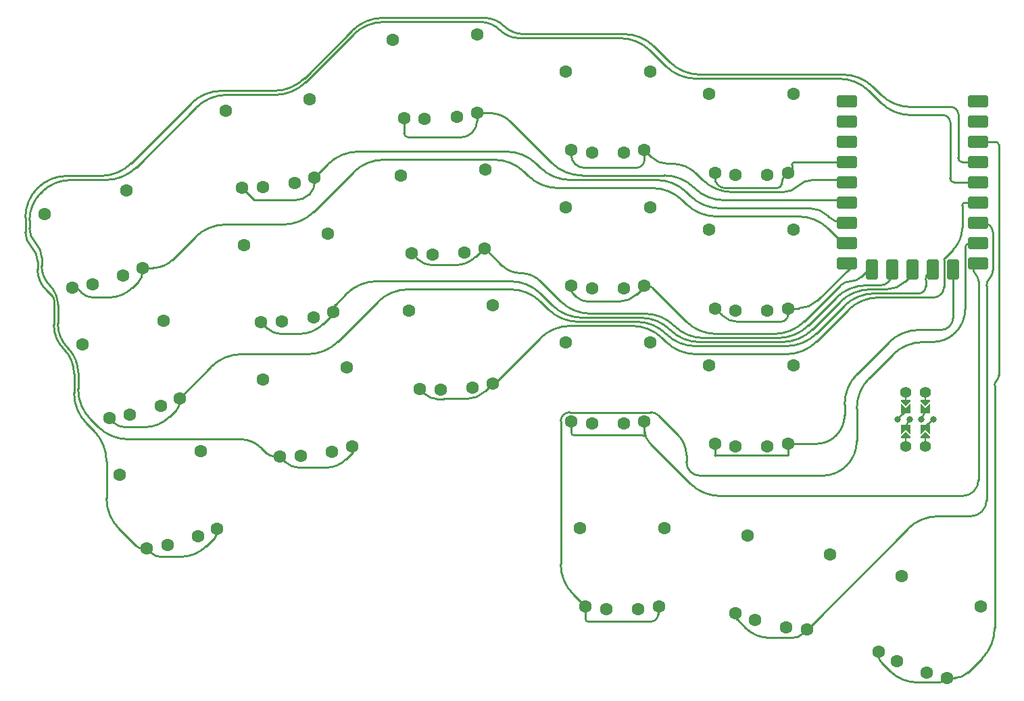
<source format=gbr>
%TF.GenerationSoftware,KiCad,Pcbnew,7.0.10*%
%TF.CreationDate,2024-01-08T12:38:43-05:00*%
%TF.ProjectId,mini,6d696e69-2e6b-4696-9361-645f70636258,2*%
%TF.SameCoordinates,Original*%
%TF.FileFunction,Copper,L1,Top*%
%TF.FilePolarity,Positive*%
%FSLAX46Y46*%
G04 Gerber Fmt 4.6, Leading zero omitted, Abs format (unit mm)*
G04 Created by KiCad (PCBNEW 7.0.10) date 2024-01-08 12:38:43*
%MOMM*%
%LPD*%
G01*
G04 APERTURE LIST*
G04 Aperture macros list*
%AMRoundRect*
0 Rectangle with rounded corners*
0 $1 Rounding radius*
0 $2 $3 $4 $5 $6 $7 $8 $9 X,Y pos of 4 corners*
0 Add a 4 corners polygon primitive as box body*
4,1,4,$2,$3,$4,$5,$6,$7,$8,$9,$2,$3,0*
0 Add four circle primitives for the rounded corners*
1,1,$1+$1,$2,$3*
1,1,$1+$1,$4,$5*
1,1,$1+$1,$6,$7*
1,1,$1+$1,$8,$9*
0 Add four rect primitives between the rounded corners*
20,1,$1+$1,$2,$3,$4,$5,0*
20,1,$1+$1,$4,$5,$6,$7,0*
20,1,$1+$1,$6,$7,$8,$9,0*
20,1,$1+$1,$8,$9,$2,$3,0*%
%AMFreePoly0*
4,1,5,0.125000,-0.500000,-0.125000,-0.500000,-0.125000,0.500000,0.125000,0.500000,0.125000,-0.500000,0.125000,-0.500000,$1*%
%AMFreePoly1*
4,1,6,0.600000,-0.200000,0.600000,-0.400000,-0.600000,-0.400000,-0.600000,-0.200000,0.000000,0.400000,0.600000,-0.200000,0.600000,-0.200000,$1*%
%AMFreePoly2*
4,1,33,0.014554,0.121100,0.027555,0.121925,0.042480,0.113617,0.062500,0.108253,0.075529,0.095223,0.089098,0.087673,1.073098,-0.912327,1.094190,-0.940980,1.108606,-1.009922,1.083460,-1.075714,1.026737,-1.117467,0.956445,-1.121925,0.894901,-1.087672,-0.089098,-0.087673,-0.105880,-0.064872,-0.108253,-0.062500,-0.108611,-0.061161,-0.110190,-0.059019,-0.113755,-0.041963,-0.125000,0.000000,
-0.123613,0.005175,-0.124606,0.009923,-0.117029,0.029746,-0.108253,0.062500,-0.102194,0.068558,-0.099460,0.075715,-0.082708,0.088044,-0.062500,0.108253,-0.051105,0.111306,-0.042737,0.117467,-0.023579,0.118681,0.000000,0.125000,0.014554,0.121100,0.014554,0.121100,$1*%
%AMFreePoly3*
4,1,6,0.600000,-1.000000,0.000000,-0.400000,-0.600000,-1.000000,-0.600000,0.250000,0.600000,0.250000,0.600000,-1.000000,0.600000,-1.000000,$1*%
%AMFreePoly4*
4,1,33,0.036220,0.115294,0.056267,0.111620,1.032267,-0.380380,1.061436,-0.400754,1.097204,-0.461428,1.094492,-0.531810,1.054159,-0.589551,0.989011,-0.616321,0.919733,-0.603620,-0.056267,-0.111620,-0.060207,-0.108867,-0.062500,-0.108253,-0.065775,-0.104977,-0.085436,-0.091246,-0.093948,-0.076804,-0.108253,-0.062500,-0.113145,-0.044241,-0.121204,-0.030572,-0.120651,-0.016229,-0.125000,0.000000,
-0.119188,0.021687,-0.118491,0.039810,-0.111745,0.049464,-0.108253,0.062500,-0.089640,0.081112,-0.078159,0.097551,-0.069745,0.101007,-0.062500,0.108253,-0.032641,0.116253,-0.013011,0.124321,-0.006791,0.123180,0.000000,0.125000,0.036220,0.115294,0.036220,0.115294,$1*%
G04 Aperture macros list end*
%TA.AperFunction,ComponentPad*%
%ADD10C,1.600000*%
%TD*%
%TA.AperFunction,ComponentPad*%
%ADD11C,1.400000*%
%TD*%
%TA.AperFunction,SMDPad,CuDef*%
%ADD12FreePoly0,180.000000*%
%TD*%
%TA.AperFunction,SMDPad,CuDef*%
%ADD13FreePoly1,180.000000*%
%TD*%
%TA.AperFunction,SMDPad,CuDef*%
%ADD14FreePoly1,0.000000*%
%TD*%
%TA.AperFunction,SMDPad,CuDef*%
%ADD15FreePoly0,0.000000*%
%TD*%
%TA.AperFunction,ComponentPad*%
%ADD16C,0.800000*%
%TD*%
%TA.AperFunction,SMDPad,CuDef*%
%ADD17FreePoly2,90.000000*%
%TD*%
%TA.AperFunction,SMDPad,CuDef*%
%ADD18FreePoly3,0.000000*%
%TD*%
%TA.AperFunction,SMDPad,CuDef*%
%ADD19FreePoly4,270.000000*%
%TD*%
%TA.AperFunction,SMDPad,CuDef*%
%ADD20FreePoly3,180.000000*%
%TD*%
%TA.AperFunction,SMDPad,CuDef*%
%ADD21FreePoly4,90.000000*%
%TD*%
%TA.AperFunction,SMDPad,CuDef*%
%ADD22FreePoly2,270.000000*%
%TD*%
%TA.AperFunction,ComponentPad*%
%ADD23RoundRect,0.400000X-0.900000X-0.400000X0.900000X-0.400000X0.900000X0.400000X-0.900000X0.400000X0*%
%TD*%
%TA.AperFunction,ComponentPad*%
%ADD24RoundRect,0.400050X-0.899950X-0.400050X0.899950X-0.400050X0.899950X0.400050X-0.899950X0.400050X0*%
%TD*%
%TA.AperFunction,ComponentPad*%
%ADD25RoundRect,0.400000X-0.400000X-0.900000X0.400000X-0.900000X0.400000X0.900000X-0.400000X0.900000X0*%
%TD*%
%TA.AperFunction,ComponentPad*%
%ADD26RoundRect,0.393700X-0.393700X-0.906300X0.393700X-0.906300X0.393700X0.906300X-0.393700X0.906300X0*%
%TD*%
%TA.AperFunction,Conductor*%
%ADD27C,0.250000*%
%TD*%
G04 APERTURE END LIST*
D10*
%TO.P,S8,1*%
%TO.N,GP12*%
X130209355Y-69165157D03*
X139347041Y-68526188D03*
%TO.P,S8,2*%
%TO.N,GND*%
X132803997Y-69284455D03*
X136794253Y-69005429D03*
%TO.P,S8,3*%
%TO.N,N/C*%
X139378186Y-58649957D03*
%TO.P,S8,4*%
X128804007Y-59389376D03*
%TD*%
D11*
%TO.P,AdamTech-MDJ004FS1,*%
%TO.N,*%
X194546574Y-86533756D03*
X192046574Y-86533756D03*
D12*
X194546574Y-87425756D03*
X192046574Y-87425756D03*
D13*
X194546574Y-87933756D03*
X192046574Y-87933756D03*
D14*
X192054574Y-91925756D03*
X194546574Y-91933756D03*
D15*
X192054574Y-92433756D03*
X194546574Y-92441756D03*
D11*
X194546574Y-93333756D03*
X192046574Y-93333756D03*
D16*
%TO.P,AdamTech-MDJ004FS1,3*%
%TO.N,GND*%
X195546574Y-89933756D03*
D17*
X194546574Y-90917756D03*
D18*
%TO.N,N/C*%
X194546574Y-90917756D03*
D19*
%TO.P,AdamTech-MDJ004FS1,5*%
X194546574Y-88949756D03*
D20*
X194546574Y-88949756D03*
D16*
%TO.N,GND*%
X194046574Y-89933756D03*
%TO.P,AdamTech-MDJ004FS1,6*%
%TO.N,P3V3*%
X192546574Y-89933756D03*
D21*
%TO.N,N/C*%
X192054574Y-90909756D03*
D18*
X192054574Y-90909756D03*
D22*
%TO.P,AdamTech-MDJ004FS1,8*%
X192046574Y-88949756D03*
D20*
X192046574Y-88949756D03*
D16*
%TO.N,GP1*%
X191046574Y-89933756D03*
%TD*%
D10*
%TO.P,S17,1*%
%TO.N,GP6*%
X170736709Y-114272768D03*
X179661939Y-116333319D03*
%TO.P,S17,2*%
%TO.N,GND*%
X173183098Y-115145452D03*
X177080578Y-116045256D03*
%TO.P,S17,3*%
%TO.N,N/C*%
X182579253Y-106897739D03*
%TO.P,S17,4*%
X172250930Y-104513258D03*
%TD*%
%TO.P,S7,1*%
%TO.N,GP5*%
X131195702Y-86137698D03*
X140333388Y-85498729D03*
%TO.P,S7,2*%
%TO.N,GND*%
X133790344Y-86256996D03*
X137780600Y-85977970D03*
%TO.P,S7,3*%
%TO.N,N/C*%
X140364533Y-75622498D03*
%TO.P,S7,4*%
X129790354Y-76361917D03*
%TD*%
%TO.P,S4,1*%
%TO.N,GP4*%
X113662503Y-94603448D03*
X122733359Y-93328622D03*
%TO.P,S4,2*%
%TO.N,GND*%
X116259147Y-94541462D03*
X120220219Y-93984769D03*
%TO.P,S4,3*%
%TO.N,N/C*%
X122075497Y-83474277D03*
%TO.P,S4,4*%
X111578655Y-84949512D03*
%TD*%
%TO.P,S14,1*%
%TO.N,GP14*%
X168166574Y-76033756D03*
X177326574Y-76033756D03*
%TO.P,S14,2*%
%TO.N,GND*%
X170746574Y-76333756D03*
X174746574Y-76333756D03*
%TO.P,S14,3*%
%TO.N,N/C*%
X178046574Y-66183756D03*
%TO.P,S14,4*%
X167446574Y-66183756D03*
%TD*%
%TO.P,S11,1*%
%TO.N,GP13*%
X150166574Y-73200423D03*
X159326574Y-73200423D03*
%TO.P,S11,2*%
%TO.N,GND*%
X152746574Y-73500423D03*
X156746574Y-73500423D03*
%TO.P,S11,3*%
%TO.N,N/C*%
X160046574Y-63350423D03*
%TO.P,S11,4*%
X149446574Y-63350423D03*
%TD*%
%TO.P,S3,1*%
%TO.N,GP15*%
X87631502Y-73481956D03*
X96436659Y-70957118D03*
%TO.P,S3,2*%
%TO.N,GND*%
X90194248Y-73059190D03*
X94039295Y-71956640D03*
%TO.P,S3,3*%
%TO.N,N/C*%
X94413740Y-61290231D03*
%TO.P,S3,4*%
X84224366Y-64211987D03*
%TD*%
%TO.P,S2,1*%
%TO.N,GP10*%
X92317337Y-89823405D03*
X101122494Y-87298567D03*
%TO.P,S2,2*%
%TO.N,GND*%
X94880083Y-89400639D03*
X98725130Y-88298089D03*
%TO.P,S2,3*%
%TO.N,N/C*%
X99099575Y-77631680D03*
%TO.P,S2,4*%
X88910201Y-80553436D03*
%TD*%
%TO.P,S10,1*%
%TO.N,GP8*%
X150166574Y-90200423D03*
X159326574Y-90200423D03*
%TO.P,S10,2*%
%TO.N,GND*%
X152746574Y-90500423D03*
X156746574Y-90500423D03*
%TO.P,S10,3*%
%TO.N,N/C*%
X160046574Y-80350423D03*
%TO.P,S10,4*%
X149446574Y-80350423D03*
%TD*%
%TO.P,S13,1*%
%TO.N,GP9*%
X168166574Y-93033756D03*
X177326574Y-93033756D03*
%TO.P,S13,2*%
%TO.N,GND*%
X170746574Y-93333756D03*
X174746574Y-93333756D03*
%TO.P,S13,3*%
%TO.N,N/C*%
X178046574Y-83183756D03*
%TO.P,S13,4*%
X167446574Y-83183756D03*
%TD*%
D23*
%TO.P,RP2040Zero1,1*%
%TO.N,GP0*%
X201126574Y-50073756D03*
X201126574Y-50073756D03*
%TO.P,RP2040Zero1,2*%
%TO.N,GP1*%
X201126574Y-52613756D03*
X201126574Y-52613756D03*
%TO.P,RP2040Zero1,3*%
%TO.N,GP2*%
X201126574Y-55153756D03*
X201126574Y-55153756D03*
%TO.P,RP2040Zero1,4*%
%TO.N,GP3*%
X201126574Y-57693756D03*
X201126574Y-57693756D03*
%TO.P,RP2040Zero1,5*%
%TO.N,GP4*%
X201126574Y-60233756D03*
X201126574Y-60233756D03*
D24*
%TO.P,RP2040Zero1,6*%
%TO.N,GP5*%
X201126574Y-62773756D03*
X201126574Y-62773756D03*
%TO.P,RP2040Zero1,7*%
%TO.N,GP6*%
X201126574Y-65313756D03*
X201126574Y-65313756D03*
%TO.P,RP2040Zero1,8*%
%TO.N,GP7*%
X201126574Y-67853756D03*
X201126574Y-67853756D03*
%TO.P,RP2040Zero1,9*%
%TO.N,GP8*%
X201126574Y-70393756D03*
X201126574Y-70393756D03*
D25*
%TO.P,RP2040Zero1,10*%
%TO.N,GP9*%
X197986574Y-71203756D03*
X197986574Y-71203756D03*
D26*
%TO.P,RP2040Zero1,11*%
%TO.N,GP10*%
X195446574Y-71203756D03*
X195446574Y-71203756D03*
%TO.P,RP2040Zero1,12*%
%TO.N,GP11*%
X192906574Y-71203756D03*
X192906574Y-71203756D03*
%TO.P,RP2040Zero1,13*%
%TO.N,GP12*%
X190366574Y-71203756D03*
X190366574Y-71203756D03*
%TO.P,RP2040Zero1,14*%
%TO.N,GP13*%
X187826574Y-71203756D03*
X187826574Y-71203756D03*
D24*
%TO.P,RP2040Zero1,15*%
%TO.N,GP14*%
X184686574Y-70393756D03*
X184686574Y-70393756D03*
%TO.P,RP2040Zero1,16*%
%TO.N,GP15*%
X184686574Y-67853756D03*
X184686574Y-67853756D03*
%TO.P,RP2040Zero1,17*%
%TO.N,GP26*%
X184686574Y-65313756D03*
X184686574Y-65313756D03*
%TO.P,RP2040Zero1,18*%
%TO.N,GP27*%
X184686574Y-62773756D03*
X184686574Y-62773756D03*
%TO.P,RP2040Zero1,19*%
%TO.N,P5V*%
X184686574Y-50073756D03*
X184686574Y-50073756D03*
%TO.P,RP2040Zero1,20*%
%TO.N,GND*%
X184686574Y-52613756D03*
X184686574Y-52613756D03*
%TO.P,RP2040Zero1,21*%
%TO.N,P3V3*%
X184686574Y-55153756D03*
X184686574Y-55153756D03*
%TO.P,RP2040Zero1,22*%
%TO.N,GP28*%
X184686574Y-60233756D03*
X184686574Y-60233756D03*
%TO.P,RP2040Zero1,23*%
%TO.N,GP29*%
X184686574Y-57693756D03*
X184686574Y-57693756D03*
%TD*%
D10*
%TO.P,S16,1*%
%TO.N,GP7*%
X151966574Y-113433756D03*
X161126574Y-113433756D03*
%TO.P,S16,2*%
%TO.N,GND*%
X154546574Y-113733756D03*
X158546574Y-113733756D03*
%TO.P,S16,3*%
%TO.N,N/C*%
X161846574Y-103583756D03*
%TO.P,S16,4*%
X151246574Y-103583756D03*
%TD*%
%TO.P,S9,1*%
%TO.N,GP27*%
X129223007Y-52192617D03*
X138360693Y-51553648D03*
%TO.P,S9,2*%
%TO.N,GND*%
X131817649Y-52311915D03*
X135807905Y-52032889D03*
%TO.P,S9,3*%
%TO.N,N/C*%
X138391838Y-41677417D03*
%TO.P,S9,4*%
X127817659Y-42416836D03*
%TD*%
%TO.P,S18,1*%
%TO.N,GP2*%
X188682114Y-119091064D03*
X197233711Y-122373714D03*
%TO.P,S18,2*%
%TO.N,GND*%
X190983241Y-120295727D03*
X194717563Y-121729199D03*
%TO.P,S18,3*%
%TO.N,N/C*%
X201435813Y-113435972D03*
%TO.P,S18,4*%
X191539860Y-109637272D03*
%TD*%
%TO.P,S15,1*%
%TO.N,GP29*%
X168166574Y-59033756D03*
X177326574Y-59033756D03*
%TO.P,S15,2*%
%TO.N,GND*%
X170746574Y-59333756D03*
X174746574Y-59333756D03*
%TO.P,S15,3*%
%TO.N,N/C*%
X178046574Y-49183756D03*
%TO.P,S15,4*%
X167446574Y-49183756D03*
%TD*%
%TO.P,S1,1*%
%TO.N,GP3*%
X97003172Y-106164854D03*
X105808329Y-103640016D03*
%TO.P,S1,2*%
%TO.N,GND*%
X99565918Y-105742088D03*
X103410965Y-104639538D03*
%TO.P,S1,3*%
%TO.N,N/C*%
X103785410Y-93973129D03*
%TO.P,S1,4*%
X93596036Y-96894885D03*
%TD*%
%TO.P,S5,1*%
%TO.N,GP11*%
X111296560Y-77768891D03*
X120367416Y-76494065D03*
%TO.P,S5,2*%
%TO.N,GND*%
X113893204Y-77706905D03*
X117854276Y-77150212D03*
%TO.P,S5,3*%
%TO.N,N/C*%
X119709554Y-66639720D03*
%TO.P,S5,4*%
X109212712Y-68114955D03*
%TD*%
%TO.P,S12,1*%
%TO.N,GP28*%
X150166574Y-56200423D03*
X159326574Y-56200423D03*
%TO.P,S12,2*%
%TO.N,GND*%
X152746574Y-56500423D03*
X156746574Y-56500423D03*
%TO.P,S12,3*%
%TO.N,N/C*%
X160046574Y-46350423D03*
%TO.P,S12,4*%
X149446574Y-46350423D03*
%TD*%
%TO.P,S6,1*%
%TO.N,GP26*%
X108930617Y-60934333D03*
X118001473Y-59659507D03*
%TO.P,S6,2*%
%TO.N,GND*%
X111527261Y-60872347D03*
X115488333Y-60315654D03*
%TO.P,S6,3*%
%TO.N,N/C*%
X117343611Y-49805162D03*
%TO.P,S6,4*%
X106846769Y-51280397D03*
%TD*%
D27*
%TO.N,GP3*%
X97514745Y-106676427D02*
X97003172Y-106164854D01*
X199122644Y-57693756D02*
X200526574Y-57693756D01*
X106393963Y-48768000D02*
X112933640Y-48768000D01*
X98749791Y-107188000D02*
X101225892Y-107188000D01*
X86991261Y-59436000D02*
X91218036Y-59436000D01*
X192753963Y-50800000D02*
X197760789Y-50800000D01*
X87884000Y-86646036D02*
X87884000Y-84220447D01*
X139279159Y-39624000D02*
X126585567Y-39624000D01*
X188906207Y-49206207D02*
X188029792Y-48329792D01*
X105808329Y-104071843D02*
X105808329Y-103640016D01*
X198628000Y-51667210D02*
X198628000Y-57199111D01*
X91948000Y-99854036D02*
X91948000Y-95217963D01*
X85373000Y-75155000D02*
X85344000Y-75184000D01*
X89477792Y-90493792D02*
X90354207Y-91370207D01*
X85344000Y-78088344D02*
X85344000Y-75184000D01*
X162490207Y-45142207D02*
X160597792Y-43249792D01*
X83312000Y-70165630D02*
X83312000Y-71166146D01*
X96504013Y-106164854D02*
X97003172Y-106164854D01*
X105502980Y-104809019D02*
X104466164Y-105845835D01*
X84357000Y-73689000D02*
X85153793Y-74485793D01*
X93541792Y-103701792D02*
X95651895Y-105811895D01*
X81788000Y-66486369D02*
X81788000Y-64639261D01*
X95065792Y-57842207D02*
X102546207Y-50361792D01*
X166337963Y-46736000D02*
X184182036Y-46736000D01*
X122737811Y-41217792D02*
X116781396Y-47174207D01*
X144184840Y-41656000D02*
X156750036Y-41656000D01*
X112933640Y-48768013D02*
G75*
G03*
X116781396Y-47174207I-40J5441613D01*
G01*
X83311981Y-71166146D02*
G75*
G03*
X84357000Y-73689000I3567919J46D01*
G01*
X188906215Y-49206199D02*
G75*
G03*
X192753963Y-50800000I3847785J3847799D01*
G01*
X87883990Y-86646036D02*
G75*
G03*
X89477793Y-90493791I5441610J36D01*
G01*
X105502960Y-104808999D02*
G75*
G03*
X105808329Y-104071843I-737160J737199D01*
G01*
X162490215Y-45142199D02*
G75*
G03*
X166337963Y-46736000I3847785J3847799D01*
G01*
X83311987Y-70165630D02*
G75*
G03*
X82550000Y-68326000I-2601587J30D01*
G01*
X126585567Y-39623962D02*
G75*
G03*
X122737811Y-41217792I33J-5441538D01*
G01*
X91218036Y-59436010D02*
G75*
G03*
X95065792Y-57842207I-36J5441610D01*
G01*
X91947990Y-99854036D02*
G75*
G03*
X93541793Y-103701791I5441610J36D01*
G01*
X188029784Y-48329800D02*
G75*
G03*
X184182036Y-46736000I-3847784J-3847800D01*
G01*
X85401996Y-75084987D02*
G75*
G03*
X85153792Y-74485794I-847396J-13D01*
G01*
X141732012Y-40639988D02*
G75*
G03*
X139279159Y-39624000I-2452812J-2452812D01*
G01*
X198374003Y-51053997D02*
G75*
G03*
X197760789Y-50800000I-613203J-613203D01*
G01*
X85373004Y-75155004D02*
G75*
G03*
X85402000Y-75084987I-70004J70004D01*
G01*
X141731988Y-40640012D02*
G75*
G03*
X144184840Y-41656000I2452812J2452812D01*
G01*
X95651893Y-105811897D02*
G75*
G03*
X96504013Y-106164854I852107J852097D01*
G01*
X83312011Y-60960011D02*
G75*
G03*
X81788000Y-64639261I3679289J-3679289D01*
G01*
X86991261Y-59435985D02*
G75*
G03*
X83312001Y-60960001I39J-5203315D01*
G01*
X97514753Y-106676419D02*
G75*
G03*
X98749791Y-107188000I1235047J1235019D01*
G01*
X106393963Y-48767960D02*
G75*
G03*
X102546208Y-50361793I37J-5441540D01*
G01*
X160597784Y-43249800D02*
G75*
G03*
X156750036Y-41656000I-3847784J-3847800D01*
G01*
X81788013Y-66486369D02*
G75*
G03*
X82550000Y-68326000I2601587J-31D01*
G01*
X91948010Y-95217963D02*
G75*
G03*
X90354206Y-91370208I-5441610J-37D01*
G01*
X198772853Y-57548903D02*
G75*
G03*
X199122644Y-57693756I349747J349803D01*
G01*
X85343983Y-78088344D02*
G75*
G03*
X86614000Y-81154396I4336117J44D01*
G01*
X198627995Y-51667210D02*
G75*
G03*
X198373999Y-51054001I-867195J10D01*
G01*
X87884023Y-84220447D02*
G75*
G03*
X86614000Y-81154396I-4336123J-53D01*
G01*
X198627979Y-57199111D02*
G75*
G03*
X198772878Y-57548878I494621J11D01*
G01*
X101225892Y-107188004D02*
G75*
G03*
X104466163Y-105845834I8J4582404D01*
G01*
%TO.N,GP10*%
X92871634Y-90377702D02*
X92317337Y-89823405D01*
X177070036Y-80772000D02*
X165731261Y-80772000D01*
X99837246Y-89646752D02*
X100746688Y-88737311D01*
X188181963Y-74168000D02*
X193696789Y-74168000D01*
X96734386Y-90932000D02*
X94209827Y-90932000D01*
X105039268Y-83381792D02*
X101122494Y-87298567D01*
X195313497Y-71113230D02*
X195005287Y-71421441D01*
X194564000Y-73300789D02*
X194564000Y-72486802D01*
X129761963Y-73660000D02*
X142526036Y-73660000D01*
X108887024Y-81788000D02*
X117126036Y-81788000D01*
X158372738Y-77724000D02*
X151097963Y-77724000D01*
X195446574Y-70791955D02*
X195446574Y-70603756D01*
X125914207Y-75253792D02*
X120973792Y-80194207D01*
X101122494Y-87830036D02*
X101122494Y-87298567D01*
X184334207Y-75761792D02*
X180917792Y-79178207D01*
X147250207Y-76130207D02*
X146373792Y-75253792D01*
X194310003Y-73914003D02*
G75*
G03*
X194564000Y-73300789I-613203J613203D01*
G01*
X108887024Y-81788003D02*
G75*
G03*
X105039269Y-83381793I-24J-5441497D01*
G01*
X147250215Y-76130199D02*
G75*
G03*
X151097963Y-77724000I3847785J3847799D01*
G01*
X162051989Y-79248011D02*
G75*
G03*
X158372738Y-77724000I-3679289J-3679289D01*
G01*
X195313524Y-71113257D02*
G75*
G03*
X195446574Y-70791955I-321324J321257D01*
G01*
X100746673Y-88737296D02*
G75*
G03*
X101122494Y-87830036I-907273J907296D01*
G01*
X177070036Y-80772010D02*
G75*
G03*
X180917792Y-79178207I-36J5441610D01*
G01*
X195005296Y-71421450D02*
G75*
G03*
X194564000Y-72486802I1065304J-1065350D01*
G01*
X188181963Y-74167960D02*
G75*
G03*
X184334208Y-75761793I37J-5441540D01*
G01*
X146373784Y-75253800D02*
G75*
G03*
X142526036Y-73660000I-3847784J-3847800D01*
G01*
X92871618Y-90377718D02*
G75*
G03*
X94209827Y-90932000I1338182J1338218D01*
G01*
X162052011Y-79247989D02*
G75*
G03*
X165731261Y-80772000I3679289J3679289D01*
G01*
X193696789Y-74167995D02*
G75*
G03*
X194309999Y-73913999I11J867195D01*
G01*
X117126036Y-81788010D02*
G75*
G03*
X120973792Y-80194207I-36J5441610D01*
G01*
X129761963Y-73659960D02*
G75*
G03*
X125914208Y-75253793I37J-5441540D01*
G01*
X96734386Y-90931991D02*
G75*
G03*
X99837246Y-89646752I14J4388091D01*
G01*
%TO.N,GP15*%
X97067770Y-70957118D02*
X97829770Y-70957118D01*
X92242879Y-74676000D02*
X90252316Y-74676000D01*
X88810978Y-74078978D02*
X88419884Y-73687884D01*
X182441792Y-66109792D02*
X183796558Y-67464558D01*
X160306036Y-60960000D02*
X148557963Y-60960000D01*
X122866207Y-58997792D02*
X117925792Y-63938207D01*
X140494036Y-57404000D02*
X126713963Y-57404000D01*
X144341792Y-58997792D02*
X144710207Y-59366207D01*
X184736165Y-67853756D02*
X185286574Y-67853756D01*
X178594036Y-64516000D02*
X168369963Y-64516000D01*
X164153792Y-62553792D02*
X164522207Y-62922207D01*
X87922729Y-73481956D02*
X87631502Y-73481956D01*
X106901963Y-65532000D02*
X114078036Y-65532000D01*
X95208329Y-73447670D02*
X95990395Y-72665604D01*
X103054207Y-67125792D02*
X100207960Y-69972039D01*
X182441784Y-66109800D02*
G75*
G03*
X178594036Y-64516000I-3847784J-3847800D01*
G01*
X88419861Y-73687907D02*
G75*
G03*
X87922729Y-73481956I-497161J-497093D01*
G01*
X97829770Y-70957081D02*
G75*
G03*
X100207959Y-69972038I30J3363281D01*
G01*
X92242879Y-74675978D02*
G75*
G03*
X95208328Y-73447669I21J4193778D01*
G01*
X106901963Y-65531960D02*
G75*
G03*
X103054208Y-67125793I37J-5441540D01*
G01*
X164522215Y-62922199D02*
G75*
G03*
X168369963Y-64516000I3847785J3847799D01*
G01*
X114078036Y-65532010D02*
G75*
G03*
X117925792Y-63938207I-36J5441610D01*
G01*
X88810962Y-74078994D02*
G75*
G03*
X90252316Y-74676000I1441338J1441394D01*
G01*
X183796565Y-67464551D02*
G75*
G03*
X184736165Y-67853756I939635J939651D01*
G01*
X95990385Y-72665594D02*
G75*
G03*
X96436659Y-71588229I-1077385J1077394D01*
G01*
X97067770Y-70957059D02*
G75*
G03*
X96436659Y-71588229I30J-631141D01*
G01*
X144710215Y-59366199D02*
G75*
G03*
X148557963Y-60960000I3847785J3847799D01*
G01*
X126713963Y-57403960D02*
G75*
G03*
X122866208Y-58997793I37J-5441540D01*
G01*
X144341784Y-58997800D02*
G75*
G03*
X140494036Y-57404000I-3847784J-3847800D01*
G01*
X164153784Y-62553800D02*
G75*
G03*
X160306036Y-60960000I-3847784J-3847800D01*
G01*
%TO.N,GP4*%
X91854432Y-59944000D02*
X87499261Y-59944000D01*
X187521792Y-48837792D02*
X188906207Y-50222207D01*
X122866207Y-41725792D02*
X116909792Y-47682207D01*
X82296000Y-65978369D02*
X82296000Y-65024000D01*
X198106644Y-60233756D02*
X200526574Y-60233756D01*
X126713963Y-40132000D02*
X138771159Y-40132000D01*
X83819999Y-61467999D02*
X83732840Y-61555159D01*
X122936000Y-93755631D02*
X122936000Y-93674551D01*
X111309724Y-93529724D02*
X111931233Y-94151233D01*
X107030359Y-49276000D02*
X113062036Y-49276000D01*
X85852000Y-77959948D02*
X85852000Y-75604840D01*
X192753963Y-51816000D02*
X196744789Y-51816000D01*
X88392000Y-84092051D02*
X88392000Y-86138036D01*
X183674036Y-47244000D02*
X165829963Y-47244000D01*
X119467159Y-96012000D02*
X116067051Y-96012000D01*
X160089792Y-43757792D02*
X161982207Y-45650207D01*
X95702188Y-58350207D02*
X103182603Y-50869792D01*
X89985792Y-89985792D02*
X90862207Y-90862207D01*
X122777347Y-94138652D02*
X121920000Y-94996000D01*
X94709963Y-92456000D02*
X108717524Y-92456000D01*
X156242036Y-42164000D02*
X143676840Y-42164000D01*
X122834679Y-93429942D02*
X122733359Y-93328622D01*
X114114717Y-95055662D02*
X114366779Y-95307724D01*
X197612000Y-59739111D02*
X197612000Y-52683210D01*
X83820000Y-69657630D02*
X83820000Y-70699159D01*
X114366793Y-95307710D02*
G75*
G03*
X116067051Y-96012000I1700307J1700310D01*
G01*
X188906215Y-50222199D02*
G75*
G03*
X192753963Y-51816000I3847785J3847799D01*
G01*
X114114728Y-95055651D02*
G75*
G03*
X113022975Y-94603448I-1091728J-1091749D01*
G01*
X122936042Y-93674551D02*
G75*
G03*
X122834678Y-93429943I-345942J-49D01*
G01*
X197611995Y-52683210D02*
G75*
G03*
X197357999Y-52070001I-867195J10D01*
G01*
X88391990Y-86138036D02*
G75*
G03*
X89985793Y-89985791I5441610J36D01*
G01*
X107030359Y-49275957D02*
G75*
G03*
X103182604Y-50869793I41J-5441543D01*
G01*
X113062036Y-49276010D02*
G75*
G03*
X116909792Y-47682207I-36J5441610D01*
G01*
X141224012Y-41147988D02*
G75*
G03*
X138771159Y-40132000I-2452812J-2452812D01*
G01*
X122777337Y-94138642D02*
G75*
G03*
X122936000Y-93755631I-383037J383042D01*
G01*
X197358003Y-52069997D02*
G75*
G03*
X196744789Y-51816000I-613203J-613203D01*
G01*
X90862215Y-90862199D02*
G75*
G03*
X94709963Y-92456000I3847785J3847799D01*
G01*
X88392020Y-84092051D02*
G75*
G03*
X87122000Y-81026000I-4336120J-49D01*
G01*
X87499261Y-59943983D02*
G75*
G03*
X83819999Y-61467999I39J-5203317D01*
G01*
X111309707Y-93529741D02*
G75*
G03*
X108717524Y-92456000I-2592207J-2592159D01*
G01*
X161982215Y-45650199D02*
G75*
G03*
X165829963Y-47244000I3847785J3847799D01*
G01*
X197611979Y-59739111D02*
G75*
G03*
X197756878Y-60088878I494621J11D01*
G01*
X82296013Y-65978369D02*
G75*
G03*
X83058000Y-67818000I2601587J-31D01*
G01*
X85851983Y-75604840D02*
G75*
G03*
X84836000Y-73152000I-3468783J40D01*
G01*
X111931247Y-94151219D02*
G75*
G03*
X113022975Y-94603448I1091753J1091719D01*
G01*
X83732837Y-61555156D02*
G75*
G03*
X82296000Y-65024000I3468863J-3468844D01*
G01*
X83820017Y-70699159D02*
G75*
G03*
X84836000Y-73152000I3468783J-41D01*
G01*
X141223988Y-41148012D02*
G75*
G03*
X143676840Y-42164000I2452812J2452812D01*
G01*
X83819987Y-69657630D02*
G75*
G03*
X83058000Y-67818000I-2601587J30D01*
G01*
X160089784Y-43757800D02*
G75*
G03*
X156242036Y-42164000I-3847784J-3847800D01*
G01*
X126713963Y-40131960D02*
G75*
G03*
X122866208Y-41725793I37J-5441540D01*
G01*
X91854432Y-59944007D02*
G75*
G03*
X95702188Y-58350207I-32J5441607D01*
G01*
X187521784Y-48837800D02*
G75*
G03*
X183674036Y-47244000I-3847784J-3847800D01*
G01*
X119467159Y-96011983D02*
G75*
G03*
X121920000Y-94996000I41J3468783D01*
G01*
X85851980Y-77959948D02*
G75*
G03*
X87122000Y-81026000I4336120J48D01*
G01*
X197756853Y-60088903D02*
G75*
G03*
X198106644Y-60233756I349747J349803D01*
G01*
%TO.N,GP11*%
X121982946Y-74237792D02*
X120593952Y-75626787D01*
X120367416Y-76372805D02*
X120367416Y-76173694D01*
X180409792Y-78670207D02*
X183826207Y-75253792D01*
X192906574Y-71182591D02*
X192906574Y-70603756D01*
X191957286Y-72710712D02*
X192497275Y-72170724D01*
X120367416Y-76372805D02*
X120367416Y-76615324D01*
X189665505Y-73660000D02*
X187673963Y-73660000D01*
X147758207Y-75622207D02*
X146373792Y-74237792D01*
X116080160Y-79248000D02*
X113821557Y-79248000D01*
X166239261Y-80264000D02*
X176562036Y-80264000D01*
X112036114Y-78508445D02*
X111296560Y-77768891D01*
X125830703Y-72644000D02*
X142526036Y-72644000D01*
X151605963Y-77216000D02*
X158880738Y-77216000D01*
X119111707Y-77992291D02*
X120281672Y-76822327D01*
X120281654Y-76822309D02*
G75*
G03*
X120367416Y-76615324I-206954J207009D01*
G01*
X189665505Y-73659993D02*
G75*
G03*
X191957286Y-72710712I-5J3241093D01*
G01*
X147758215Y-75622199D02*
G75*
G03*
X151605963Y-77216000I3847785J3847799D01*
G01*
X146373784Y-74237800D02*
G75*
G03*
X142526036Y-72644000I-3847784J-3847800D01*
G01*
X192497289Y-72170738D02*
G75*
G03*
X192906574Y-71182591I-988189J988138D01*
G01*
X176562036Y-80264010D02*
G75*
G03*
X180409792Y-78670207I-36J5441610D01*
G01*
X125830703Y-72644016D02*
G75*
G03*
X121982946Y-74237792I-3J-5441584D01*
G01*
X187673963Y-73659960D02*
G75*
G03*
X183826208Y-75253793I37J-5441540D01*
G01*
X116080160Y-79247957D02*
G75*
G03*
X119111706Y-77992290I40J4287257D01*
G01*
X162559989Y-78740011D02*
G75*
G03*
X158880738Y-77216000I-3679289J-3679289D01*
G01*
X162560011Y-78739989D02*
G75*
G03*
X166239261Y-80264000I3679289J3679289D01*
G01*
X112036135Y-78508424D02*
G75*
G03*
X113821557Y-79248000I1785465J1785424D01*
G01*
X120593947Y-75626782D02*
G75*
G03*
X120367416Y-76173694I546953J-546918D01*
G01*
%TO.N,GP26*%
X160814036Y-59944000D02*
X150081963Y-59944000D01*
X165030207Y-61906207D02*
X164661792Y-61537792D01*
X117293736Y-61776263D02*
X117503309Y-61566690D01*
X145865792Y-57981792D02*
X146234207Y-58350207D01*
X168877963Y-63500000D02*
X180073480Y-63500000D01*
X182421347Y-64565347D02*
X182262878Y-64406878D01*
X118499636Y-59161343D02*
X119679187Y-57981792D01*
X184228165Y-65313756D02*
X185286574Y-65313756D01*
X110461033Y-62464750D02*
X108930617Y-60934333D01*
X142018036Y-56388000D02*
X123526943Y-56388000D01*
X115585109Y-62484000D02*
X110463691Y-62484000D01*
X182262893Y-64406863D02*
G75*
G03*
X180073480Y-63500000I-2189393J-2189437D01*
G01*
X165030215Y-61906199D02*
G75*
G03*
X168877963Y-63500000I3847785J3847799D01*
G01*
X115585109Y-62483995D02*
G75*
G03*
X117293736Y-61776263I-9J2416395D01*
G01*
X118499630Y-59161337D02*
G75*
G03*
X118001473Y-60364017I1202670J-1202663D01*
G01*
X164661784Y-61537800D02*
G75*
G03*
X160814036Y-59944000I-3847784J-3847800D01*
G01*
X145865784Y-57981800D02*
G75*
G03*
X142018036Y-56388000I-3847784J-3847800D01*
G01*
X117503308Y-61566689D02*
G75*
G03*
X118001473Y-60364017I-1202708J1202689D01*
G01*
X146234215Y-58350199D02*
G75*
G03*
X150081963Y-59944000I3847785J3847799D01*
G01*
X110461066Y-62477616D02*
G75*
G03*
X110461033Y-62464750I-6466J6416D01*
G01*
X110460988Y-62477539D02*
G75*
G03*
X110463691Y-62484000I2712J-2661D01*
G01*
X123526943Y-56388016D02*
G75*
G03*
X119679187Y-57981792I-43J-5441484D01*
G01*
X182421358Y-64565336D02*
G75*
G03*
X184228165Y-65313756I1806842J1806836D01*
G01*
%TO.N,GP5*%
X137128685Y-87376000D02*
X134266570Y-87376000D01*
X177070036Y-81788000D02*
X165829963Y-81788000D01*
X199136000Y-63146321D02*
X199136000Y-65955737D01*
X139394752Y-86437364D02*
X140252819Y-85579297D01*
X157766036Y-78232000D02*
X150081963Y-78232000D01*
X180917792Y-80194207D02*
X184842207Y-76269792D01*
X199508565Y-62773756D02*
X200526574Y-62773756D01*
X140641839Y-85418160D02*
X146234207Y-79825792D01*
X133319851Y-87381996D02*
X134252095Y-87381996D01*
X195541000Y-74676000D02*
X188689963Y-74676000D01*
X161613792Y-79825792D02*
X161982207Y-80194207D01*
X197998787Y-68701213D02*
X196955539Y-69744471D01*
X196861574Y-69971324D02*
X196861574Y-73355426D01*
X131817851Y-86759847D02*
X131195702Y-86137698D01*
X134252095Y-87381975D02*
G75*
G03*
X134259333Y-87378998I5J10275D01*
G01*
X195541000Y-74675992D02*
G75*
G03*
X196474787Y-74289213I0J1320592D01*
G01*
X150081963Y-78231960D02*
G75*
G03*
X146234208Y-79825793I37J-5441540D01*
G01*
X140447329Y-85498747D02*
G75*
G03*
X140252819Y-85579297I-29J-275053D01*
G01*
X161613784Y-79825800D02*
G75*
G03*
X157766036Y-78232000I-3847784J-3847800D01*
G01*
X134266570Y-87375969D02*
G75*
G03*
X134259333Y-87378998I30J-10231D01*
G01*
X196955526Y-69744458D02*
G75*
G03*
X196861574Y-69971324I226874J-226842D01*
G01*
X199245104Y-62882860D02*
G75*
G03*
X199136000Y-63146321I263496J-263440D01*
G01*
X199508565Y-62773726D02*
G75*
G03*
X199245122Y-62882878I35J-372574D01*
G01*
X188689963Y-74675960D02*
G75*
G03*
X184842208Y-76269793I37J-5441540D01*
G01*
X177070036Y-81788010D02*
G75*
G03*
X180917792Y-80194207I-36J5441610D01*
G01*
X197998770Y-68701196D02*
G75*
G03*
X199136000Y-65955737I-2745470J2745496D01*
G01*
X137128685Y-87375989D02*
G75*
G03*
X139394751Y-86437363I15J3204689D01*
G01*
X161982215Y-80194199D02*
G75*
G03*
X165829963Y-81788000I3847785J3847799D01*
G01*
X196474774Y-74289200D02*
G75*
G03*
X196861574Y-73355426I-933774J933800D01*
G01*
X131817866Y-86759832D02*
G75*
G03*
X133319851Y-87381996I1502034J1502032D01*
G01*
X140447329Y-85498734D02*
G75*
G03*
X140641839Y-85418160I-29J275134D01*
G01*
%TO.N,GP12*%
X159388738Y-76708000D02*
X152621963Y-76708000D01*
X130941223Y-69888578D02*
X130220788Y-69168143D01*
X146291790Y-72631790D02*
X148774207Y-75114207D01*
X190366574Y-71645351D02*
X190366574Y-70603756D01*
X183318207Y-74745792D02*
X179901792Y-78162207D01*
X166747261Y-79756000D02*
X176054036Y-79756000D01*
X130213578Y-69165157D02*
X130209355Y-69165157D01*
X139210022Y-68561977D02*
X138202906Y-69569094D01*
X132687717Y-70612000D02*
X135685108Y-70612000D01*
X139382830Y-68561977D02*
X141445062Y-70624209D01*
X187165963Y-73152000D02*
X188859925Y-73152000D01*
X135685108Y-70612006D02*
G75*
G03*
X138202905Y-69569093I-8J3560706D01*
G01*
X176054036Y-79756010D02*
G75*
G03*
X179901792Y-78162207I-36J5441610D01*
G01*
X163068011Y-78231989D02*
G75*
G03*
X166747261Y-79756000I3679289J3679289D01*
G01*
X141445039Y-70624232D02*
G75*
G03*
X143868426Y-71628000I2423361J2423432D01*
G01*
X189925266Y-72710692D02*
G75*
G03*
X190366574Y-71645351I-1065366J1065392D01*
G01*
X187165963Y-73151960D02*
G75*
G03*
X183318208Y-74745793I37J-5441540D01*
G01*
X139382820Y-68561987D02*
G75*
G03*
X139296426Y-68526188I-86420J-86413D01*
G01*
X139296426Y-68526212D02*
G75*
G03*
X139210023Y-68561978I-26J-122188D01*
G01*
X130941217Y-69888584D02*
G75*
G03*
X132687717Y-70612000I1746483J1746484D01*
G01*
X163067989Y-78232011D02*
G75*
G03*
X159388738Y-76708000I-3679289J-3679289D01*
G01*
X146291766Y-72631814D02*
G75*
G03*
X143868426Y-71628000I-2423366J-2423286D01*
G01*
X188859925Y-73152003D02*
G75*
G03*
X189925287Y-72710713I-25J1506703D01*
G01*
X130220808Y-69168123D02*
G75*
G03*
X130213578Y-69165157I-7208J-7277D01*
G01*
X148774215Y-75114199D02*
G75*
G03*
X152621963Y-76708000I3847785J3847799D01*
G01*
%TO.N,GP27*%
X129223007Y-54068859D02*
X129223007Y-52192617D01*
X139915170Y-51553648D02*
X138360693Y-51553648D01*
X147700207Y-57784207D02*
X142568829Y-52652829D01*
X185141696Y-62628878D02*
X185286574Y-62773756D01*
X129764147Y-54610000D02*
X136310981Y-54610000D01*
X151547963Y-59378000D02*
X161829726Y-59378000D01*
X138360693Y-52560288D02*
X138360693Y-51553648D01*
X169328273Y-62484000D02*
X184791929Y-62484000D01*
X137760348Y-54009655D02*
G75*
G03*
X138360693Y-52560288I-1449348J1449355D01*
G01*
X142568846Y-52652812D02*
G75*
G03*
X139915170Y-51553648I-2653646J-2653688D01*
G01*
X165578992Y-60931008D02*
G75*
G03*
X161829726Y-59378000I-3749292J-3749292D01*
G01*
X129381538Y-54451468D02*
G75*
G03*
X129764147Y-54610000I382662J382568D01*
G01*
X165579008Y-60930992D02*
G75*
G03*
X169328273Y-62484000I3749292J3749292D01*
G01*
X185141672Y-62628902D02*
G75*
G03*
X184791929Y-62484000I-349772J-349698D01*
G01*
X129223022Y-54068859D02*
G75*
G03*
X129381503Y-54451503I541078J-41D01*
G01*
X147700215Y-57784199D02*
G75*
G03*
X151547963Y-59378000I3847785J3847799D01*
G01*
X136310981Y-54609989D02*
G75*
G03*
X137760345Y-54009652I19J2049689D01*
G01*
%TO.N,GP8*%
X200526574Y-71041017D02*
X200526574Y-70393756D01*
X199168001Y-99568000D02*
X168877963Y-99568000D01*
X159326574Y-91235498D02*
X159326574Y-90200423D01*
X160058482Y-93002482D02*
X165030207Y-97974207D01*
X150166574Y-91604144D02*
X150166574Y-90200423D01*
X159010032Y-91948000D02*
X150510429Y-91948000D01*
X159326574Y-92002310D02*
X159326574Y-90200423D01*
X201168000Y-97568001D02*
X201168000Y-72589556D01*
X201168025Y-72589556D02*
G75*
G03*
X200847287Y-71815287I-1095025J-44D01*
G01*
X150166534Y-91604144D02*
G75*
G03*
X150267287Y-91847287I343866J44D01*
G01*
X159233910Y-92040665D02*
G75*
G03*
X159326574Y-92002310I38390J38365D01*
G01*
X159326585Y-91235498D02*
G75*
G03*
X160058482Y-93002482I2498915J-2D01*
G01*
X199168001Y-99568000D02*
G75*
G03*
X201168000Y-97568001I-1J2000000D01*
G01*
X165030215Y-97974199D02*
G75*
G03*
X168877963Y-99568000I3847785J3847799D01*
G01*
X200526575Y-71041017D02*
G75*
G03*
X200847287Y-71815287I1095025J17D01*
G01*
X159233836Y-92040738D02*
G75*
G03*
X159010032Y-91948000I-223836J-223762D01*
G01*
X150267263Y-91847311D02*
G75*
G03*
X150510429Y-91948000I243137J243211D01*
G01*
%TO.N,GP13*%
X186466815Y-72105184D02*
X187776486Y-70795513D01*
X152244850Y-75184000D02*
X156174275Y-75184000D01*
X150166574Y-73583498D02*
X150166574Y-73200423D01*
X160330706Y-73462706D02*
X164522207Y-77654207D01*
X150775287Y-74575287D02*
X150437449Y-74237449D01*
X175546036Y-79248000D02*
X168369963Y-79248000D01*
X179393792Y-77654207D02*
X183865184Y-73182815D01*
X159278136Y-73385863D02*
X158403287Y-74260713D01*
X159697498Y-73200423D02*
X159395075Y-73200423D01*
X187826574Y-70674591D02*
X187826574Y-70603756D01*
X150166576Y-73583498D02*
G75*
G03*
X150437450Y-74237448I924824J-2D01*
G01*
X159278124Y-73385851D02*
G75*
G03*
X159326574Y-73268924I-116924J116951D01*
G01*
X175546036Y-79248010D02*
G75*
G03*
X179393792Y-77654207I-36J5441610D01*
G01*
X160330704Y-73462708D02*
G75*
G03*
X159697498Y-73200423I-633204J-633192D01*
G01*
X150775307Y-74575267D02*
G75*
G03*
X152244850Y-75184000I1469593J1469567D01*
G01*
X156174275Y-75183982D02*
G75*
G03*
X158403287Y-74260713I25J3152282D01*
G01*
X164522215Y-77654199D02*
G75*
G03*
X168369963Y-79248000I3847785J3847799D01*
G01*
X185166000Y-72643991D02*
G75*
G03*
X183865185Y-73182816I0J-1839609D01*
G01*
X185166000Y-72644008D02*
G75*
G03*
X186466815Y-72105184I0J1839608D01*
G01*
X159395075Y-73200374D02*
G75*
G03*
X159326574Y-73268924I25J-68526D01*
G01*
X187776483Y-70795510D02*
G75*
G03*
X187826574Y-70674591I-120883J120910D01*
G01*
%TO.N,GP28*%
X176722369Y-61468000D02*
X170401963Y-61468000D01*
X166554207Y-59874207D02*
X165848475Y-59168475D01*
X159326574Y-57435726D02*
X159326574Y-56200423D01*
X150610690Y-57900690D02*
X150648287Y-57938287D01*
X162248418Y-57912000D02*
X162815075Y-57912000D01*
X185141696Y-60088878D02*
X185286574Y-60233756D01*
X160182362Y-57056211D02*
X159326574Y-56200423D01*
X150166574Y-56828498D02*
X150166574Y-56200423D01*
X151811245Y-58420000D02*
X158342300Y-58420000D01*
X184791929Y-59944000D02*
X180401630Y-59944000D01*
X160182362Y-57056211D02*
G75*
G03*
X162248418Y-57912000I2066038J2066011D01*
G01*
X176722369Y-61467987D02*
G75*
G03*
X178562000Y-60706000I31J2601587D01*
G01*
X165848492Y-59168458D02*
G75*
G03*
X162815075Y-57912000I-3033392J-3033442D01*
G01*
X180401630Y-59944013D02*
G75*
G03*
X178562000Y-60706000I-30J-2601587D01*
G01*
X158342300Y-58419992D02*
G75*
G03*
X159038287Y-58131713I0J984292D01*
G01*
X150166581Y-56828498D02*
G75*
G03*
X150610691Y-57900689I1516319J-2D01*
G01*
X185141672Y-60088902D02*
G75*
G03*
X184791929Y-59944000I-349772J-349698D01*
G01*
X166554215Y-59874199D02*
G75*
G03*
X170401963Y-61468000I3847785J3847799D01*
G01*
X159038274Y-58131700D02*
G75*
G03*
X159326574Y-57435726I-695974J696000D01*
G01*
X150648258Y-57938316D02*
G75*
G03*
X151811245Y-58420000I1162942J1163016D01*
G01*
%TO.N,GP9*%
X196479925Y-78740000D02*
X193769963Y-78740000D01*
X177326574Y-94428978D02*
X177326574Y-93033756D01*
X180816078Y-93033756D02*
X177326574Y-93033756D01*
X168166574Y-94493440D02*
X168166574Y-93033756D01*
X168198281Y-94488000D02*
X177267552Y-94488000D01*
X197986574Y-77233351D02*
X197986574Y-70603756D01*
X189922207Y-80333792D02*
X185997792Y-84258207D01*
X184404000Y-89445834D02*
X184404000Y-88105963D01*
X168198281Y-94487985D02*
G75*
G03*
X168175861Y-94497287I19J-31715D01*
G01*
X185997821Y-84258236D02*
G75*
G03*
X184404000Y-88105963I3847679J-3847764D01*
G01*
X168166522Y-94493440D02*
G75*
G03*
X168175861Y-94497287I5478J40D01*
G01*
X180816078Y-93033730D02*
G75*
G03*
X183353122Y-91982878I22J3587930D01*
G01*
X197545266Y-78298692D02*
G75*
G03*
X197986574Y-77233351I-1065366J1065392D01*
G01*
X177309309Y-94470735D02*
G75*
G03*
X177326574Y-94428978I-41809J41735D01*
G01*
X196479925Y-78740003D02*
G75*
G03*
X197545287Y-78298713I-25J1506703D01*
G01*
X177267552Y-94488043D02*
G75*
G03*
X177309287Y-94470713I-52J59043D01*
G01*
X193769963Y-78739960D02*
G75*
G03*
X189922208Y-80333793I37J-5441540D01*
G01*
X183353100Y-91982856D02*
G75*
G03*
X184404000Y-89445834I-2537000J2537056D01*
G01*
%TO.N,GP14*%
X178662409Y-76033756D02*
X177900409Y-76033756D01*
X176400342Y-77724000D02*
X171052000Y-77724000D01*
X185286574Y-70569591D02*
X185286574Y-70393756D01*
X177326574Y-76607591D02*
X177326574Y-76797768D01*
X169011696Y-76878878D02*
X168166574Y-76033756D01*
X180942821Y-75089177D02*
X185162239Y-70869760D01*
X169011701Y-76878873D02*
G75*
G03*
X171052000Y-77724000I2040299J2040273D01*
G01*
X177055312Y-77452738D02*
G75*
G03*
X177326574Y-76797768I-655012J654938D01*
G01*
X176400342Y-77724039D02*
G75*
G03*
X177055287Y-77452713I-42J926239D01*
G01*
X177900409Y-76033774D02*
G75*
G03*
X177326574Y-76607591I-9J-573826D01*
G01*
X185162238Y-70869759D02*
G75*
G03*
X185286574Y-70569591I-300138J300159D01*
G01*
X178662409Y-76033771D02*
G75*
G03*
X180942821Y-75089177I-9J3224971D01*
G01*
%TO.N,GP29*%
X168166574Y-59690892D02*
X168166574Y-59033756D01*
X175965165Y-60960000D02*
X169435681Y-60960000D01*
X177800000Y-58853219D02*
X177800000Y-58066321D01*
X176928286Y-59432042D02*
X177196583Y-59163746D01*
X176530000Y-60395165D02*
X176530000Y-60393592D01*
X177619463Y-59033756D02*
X177510409Y-59033756D01*
X178172565Y-57693756D02*
X185286574Y-57693756D01*
X175965165Y-60960000D02*
G75*
G03*
X176530000Y-60395165I35J564800D01*
G01*
X176928298Y-59432054D02*
G75*
G03*
X176530000Y-60393592I961502J-961546D01*
G01*
X178172565Y-57693726D02*
G75*
G03*
X177909122Y-57802878I35J-372574D01*
G01*
X168166585Y-59690892D02*
G75*
G03*
X168538287Y-60588287I1269115J-8D01*
G01*
X177747105Y-58980861D02*
G75*
G03*
X177800000Y-58853219I-127605J127661D01*
G01*
X177510409Y-59033770D02*
G75*
G03*
X177196583Y-59163746I-9J-443830D01*
G01*
X177619463Y-59033724D02*
G75*
G03*
X177747122Y-58980878I37J180524D01*
G01*
X168538298Y-60588276D02*
G75*
G03*
X169435681Y-60960000I897402J897376D01*
G01*
X177909104Y-57802860D02*
G75*
G03*
X177800000Y-58066321I263496J-263440D01*
G01*
%TO.N,GP7*%
X185928000Y-88613963D02*
X185928000Y-92691948D01*
X148844000Y-108103188D02*
X148844000Y-90189309D01*
X199501574Y-76171085D02*
X199501574Y-68469458D01*
X160166541Y-89075423D02*
X149957886Y-89075423D01*
X161083056Y-89455056D02*
X163514369Y-91886369D01*
X195408659Y-80264000D02*
X194277963Y-80264000D01*
X151966574Y-113433756D02*
X150405287Y-111872469D01*
X161036000Y-114420165D02*
X161036000Y-113588375D01*
X200117276Y-67853756D02*
X200526574Y-67853756D01*
X181591948Y-97028000D02*
X166326420Y-97028000D01*
X160140165Y-115316000D02*
X152272873Y-115316000D01*
X151966574Y-113433756D02*
X151966574Y-115009700D01*
X164592000Y-95293579D02*
X164592000Y-94488000D01*
X187521792Y-84766207D02*
X190430207Y-81857792D01*
X161081287Y-113479043D02*
X161126574Y-113433756D01*
X164591988Y-94488000D02*
G75*
G03*
X163514368Y-91886370I-3679288J0D01*
G01*
X200117276Y-67853752D02*
G75*
G03*
X199681909Y-68034091I24J-615748D01*
G01*
X160140165Y-115316000D02*
G75*
G03*
X161036000Y-114420165I35J895800D01*
G01*
X184657986Y-95757986D02*
G75*
G03*
X185928000Y-92691948I-3066086J3066086D01*
G01*
X195408659Y-80263975D02*
G75*
G03*
X198302787Y-79065213I41J4092875D01*
G01*
X152056300Y-115226274D02*
G75*
G03*
X152272873Y-115316000I216600J216574D01*
G01*
X194277963Y-80263960D02*
G75*
G03*
X190430208Y-81857793I37J-5441540D01*
G01*
X187521821Y-84766236D02*
G75*
G03*
X185928000Y-88613963I3847679J-3847764D01*
G01*
X164592009Y-95293579D02*
G75*
G03*
X165100000Y-96520000I1734391J-21D01*
G01*
X161081303Y-113479059D02*
G75*
G03*
X161036000Y-113588375I109297J-109341D01*
G01*
X198302786Y-79065212D02*
G75*
G03*
X199501574Y-76171085I-2894086J2894112D01*
G01*
X148844018Y-108103188D02*
G75*
G03*
X150405287Y-111872469I5330582J-12D01*
G01*
X199681925Y-68034107D02*
G75*
G03*
X199501574Y-68469458I435375J-435393D01*
G01*
X181591948Y-97028020D02*
G75*
G03*
X184658000Y-95758000I-48J4336120D01*
G01*
X149957886Y-89075400D02*
G75*
G03*
X148844000Y-90189309I14J-1113900D01*
G01*
X165099994Y-96520006D02*
G75*
G03*
X166326420Y-97028000I1226406J1226406D01*
G01*
X151966582Y-115009700D02*
G75*
G03*
X152056287Y-115226287I306318J0D01*
G01*
X161083042Y-89455070D02*
G75*
G03*
X160166541Y-89075423I-916542J-916530D01*
G01*
%TO.N,GP6*%
X202981756Y-66541347D02*
X202981756Y-71282145D01*
X170736709Y-114564738D02*
X170736709Y-114272768D01*
X174989608Y-117348000D02*
X177929770Y-117348000D01*
X170943163Y-115063163D02*
X171982354Y-116102354D01*
X196141221Y-102108000D02*
X200184001Y-102108000D01*
X180169279Y-115825978D02*
X192293465Y-103701792D01*
X202184000Y-73208098D02*
X202184000Y-100108001D01*
X180169279Y-115825978D02*
X179154598Y-116840659D01*
X201754165Y-65313756D02*
X200526574Y-65313756D01*
X196141221Y-102108001D02*
G75*
G03*
X192293466Y-103701793I-21J-5441499D01*
G01*
X177929770Y-117347969D02*
G75*
G03*
X179154598Y-116840659I30J1732169D01*
G01*
X170736686Y-114564738D02*
G75*
G03*
X170943164Y-115063162I704914J38D01*
G01*
X171982350Y-116102358D02*
G75*
G03*
X174989608Y-117348000I3007250J3007258D01*
G01*
X200184001Y-102108000D02*
G75*
G03*
X202184000Y-100108001I-1J2000000D01*
G01*
X202582856Y-72245100D02*
G75*
G03*
X202981756Y-71282145I-962956J963000D01*
G01*
X202981744Y-66541347D02*
G75*
G03*
X201754165Y-65313756I-1227544J47D01*
G01*
X202582869Y-72245113D02*
G75*
G03*
X202184000Y-73208098I963031J-962987D01*
G01*
%TO.N,GP2*%
X203200000Y-116110036D02*
X203200000Y-85703210D01*
X203708000Y-55526321D02*
X203708000Y-84476789D01*
X190099057Y-121519057D02*
X189039574Y-120459574D01*
X203335434Y-55153756D02*
X200526574Y-55153756D01*
X197631307Y-122373714D02*
X198211998Y-122373714D01*
X199882039Y-121681960D02*
X201606207Y-119957792D01*
X188682114Y-119596589D02*
X188682114Y-119091064D01*
X196273828Y-122936000D02*
X193519860Y-122936000D01*
X198211998Y-122373706D02*
G75*
G03*
X199882039Y-121681960I2J2361806D01*
G01*
X201606200Y-119957785D02*
G75*
G03*
X203200000Y-116110036I-3847800J3847785D01*
G01*
X203707974Y-55526321D02*
G75*
G03*
X203598878Y-55262878I-372574J21D01*
G01*
X190099087Y-121519027D02*
G75*
G03*
X193519860Y-122936000I3420813J3420727D01*
G01*
X203598856Y-55262900D02*
G75*
G03*
X203335434Y-55153756I-263456J-263400D01*
G01*
X203454003Y-85090003D02*
G75*
G03*
X203708000Y-84476789I-613203J613203D01*
G01*
X197631307Y-122373721D02*
G75*
G03*
X196952569Y-122654858I-7J-959879D01*
G01*
X203453997Y-85089997D02*
G75*
G03*
X203200000Y-85703210I613203J-613203D01*
G01*
X196273828Y-122936015D02*
G75*
G03*
X196952568Y-122654857I-28J959915D01*
G01*
X188682134Y-119596589D02*
G75*
G03*
X189039574Y-120459574I1220466J-11D01*
G01*
%TD*%
M02*

</source>
